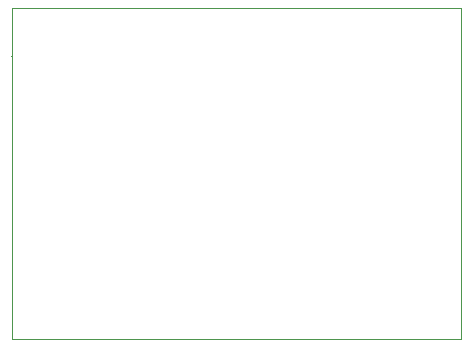
<source format=gbr>
%TF.GenerationSoftware,KiCad,Pcbnew,8.0.2-1*%
%TF.CreationDate,2024-12-23T22:16:29+00:00*%
%TF.ProjectId,20x30-jacdac-MH-0.1,32307833-302d-46a6-9163-6461632d4d48,v0.1*%
%TF.SameCoordinates,PX8d24d00PY36d6160*%
%TF.FileFunction,Other,User*%
%FSLAX46Y46*%
G04 Gerber Fmt 4.6, Leading zero omitted, Abs format (unit mm)*
G04 Created by KiCad (PCBNEW 8.0.2-1) date 2024-12-23 22:16:29*
%MOMM*%
%LPD*%
G01*
G04 APERTURE LIST*
%ADD10C,0.100000*%
%ADD11C,0.130000*%
%ADD12C,0.120000*%
%ADD13C,0.110000*%
G04 APERTURE END LIST*
D10*
X-19000000Y14000001D02*
X19000000Y14000001D01*
X19000000Y-13999999D01*
X-19000000Y-13999999D01*
X-19000000Y14000001D01*
D11*
%TO.C,GS1*%
X-19000000Y10000000D02*
X-19000000Y10000000D01*
D12*
%TO.C,GS2*%
X19000000Y-10000000D02*
X19000000Y-10000000D01*
D13*
%TO.C,GS3*%
X-15000000Y-14000000D02*
X-15000000Y-14000000D01*
%TD*%
M02*

</source>
